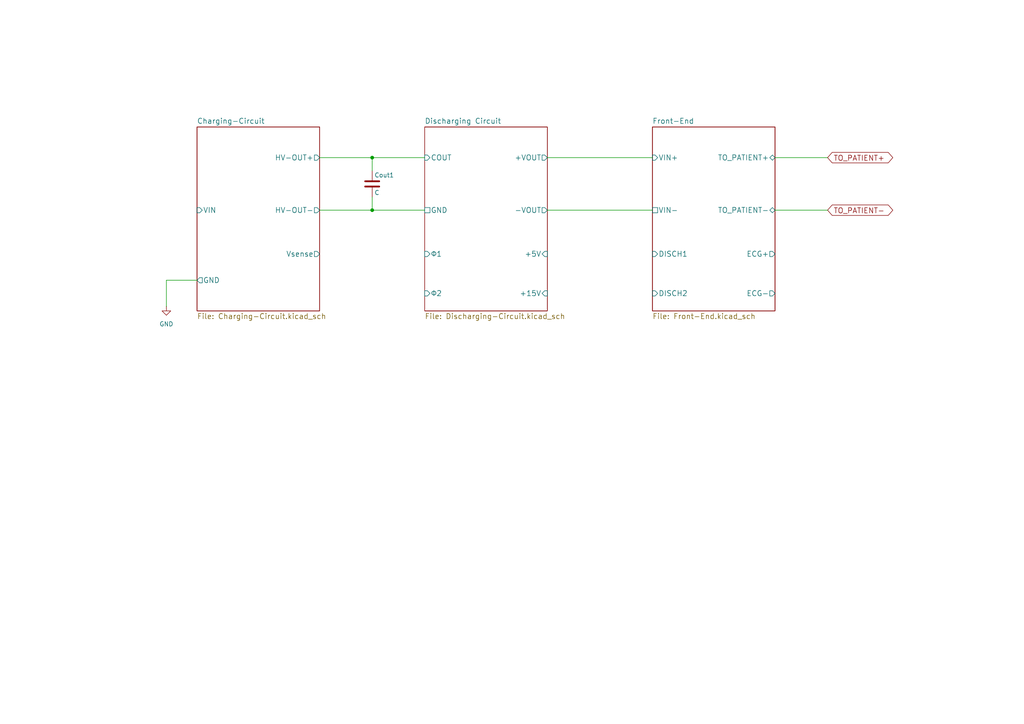
<source format=kicad_sch>
(kicad_sch (version 20231120) (generator "eeschema") (generator_version "8.0")
  (paper "A4")
  (title_block (title "High Voltage Board") (date "2017-05-30") (rev "0.2"))
  (lib_symbols
    (symbol "Device:C" (pin_numbers hide) (pin_names (offset 0.254))
      (property "Reference" "C" (at 0.635 2.54 0))
      (property "Value" "C" (at 0.635 -2.54 0))
      (symbol "C_0_1"
        (polyline (pts (xy -2.032 -0.762) (xy 2.032 -0.762)) (stroke (width 0.508)))
        (polyline (pts (xy -2.032 0.762) (xy 2.032 0.762)) (stroke (width 0.508)))
      )
      (symbol "C_1_1"
        (pin passive line (at 0 3.81 270) (length 2.794) (name "~") (number "1"))
        (pin passive line (at 0 -3.81 90) (length 2.794) (name "~") (number "2"))
      )
    )
    (symbol "power:GND" (power) (pin_numbers hide) (pin_names (offset 0) hide)
      (property "Value" "GND" (at 0 -3.81 0))
      (symbol "GND_0_1"
        (polyline (pts (xy 0 0) (xy 0 -1.27) (xy 1.27 -1.27) (xy 0 -2.54) (xy -1.27 -1.27) (xy 0 -1.27)))
      )
      (symbol "GND_1_1"
        (pin power_in line (at 0 0 270) (length 0) (name "~") (number "1"))
      )
    )
  )
  (junction (at 107.95 60.96))
  (junction (at 107.95 45.72))
  (wire (pts (xy 240.03 60.96) (xy 224.79 60.96)))
  (wire (pts (xy 158.75 45.72) (xy 189.23 45.72)))
  (wire (pts (xy 48.26 81.28) (xy 57.15 81.28)))
  (wire (pts (xy 107.95 60.96) (xy 123.19 60.96)))
  (wire (pts (xy 107.95 57.15) (xy 107.95 60.96)))
  (wire (pts (xy 224.79 45.72) (xy 240.03 45.72)))
  (wire (pts (xy 107.95 45.72) (xy 123.19 45.72)))
  (wire (pts (xy 189.23 60.96) (xy 158.75 60.96)))
  (wire (pts (xy 48.26 88.9) (xy 48.26 81.28)))
  (wire (pts (xy 92.71 45.72) (xy 107.95 45.72)))
  (wire (pts (xy 92.71 60.96) (xy 107.95 60.96)))
  (wire (pts (xy 107.95 45.72) (xy 107.95 49.53)))
  (global_label "TO_PATIENT+" (shape bidirectional) (at 240.03 45.72 0) (effects (font (size 1.524 1.524))) (property "Intersheetrefs" "${INTERSHEET_REFS}" (effects (hide yes))))
  (global_label "TO_PATIENT-" (shape bidirectional) (at 240.03 60.96 0) (effects (font (size 1.524 1.524))) (property "Intersheetrefs" "${INTERSHEET_REFS}" (effects (hide yes))))
  (symbol (lib_id "Device:C") (at 107.95 53.34 0) (unit 1)
    (property "Reference" "Cout1" (at 108.585 50.8 0) (effects (justify left)))
    (property "Value" "C" (at 108.585 55.88 0) (effects (justify left)))
  )
  (symbol (lib_id "power:GND") (at 48.26 88.9 0) (unit 1)
    (property "Reference" "#PWR01" (effects (hide yes)))
    (property "Value" "GND" (at 48.26 93.98 0))
    (property "Description" "Power symbol creates a global label with name \"GND\" , ground" (effects (hide yes)))
  )
  (sheet (at 57.15 36.83) (size 35.56 53.34)
    (property "Sheetname" "Charging-Circuit" (at 57.15 35.9914 0) (effects (font (size 1.524 1.524)) (justify left bottom)))
    (property "Sheetfile" "Charging-Circuit.kicad_sch" (at 57.15 90.8562 0) (effects (font (size 1.524 1.524)) (justify left top)))
    (pin "GND" output (at 57.15 81.28 180) (effects (font (size 1.524 1.524))))
    (pin "HV-OUT+" output (at 92.71 45.72 0) (effects (font (size 1.524 1.524))))
    (pin "HV-OUT-" output (at 92.71 60.96 0) (effects (font (size 1.524 1.524))))
    (pin "VIN" input (at 57.15 60.96 180) (effects (font (size 1.524 1.524))))
    (pin "Vsense" output (at 92.71 73.66 0) (effects (font (size 1.524 1.524))))
  )
  (sheet (at 123.19 36.83) (size 35.56 53.34)
    (property "Sheetname" "Discharging Circuit" (at 123.19 35.9914 0) (effects (font (size 1.524 1.524)) (justify left bottom)))
    (property "Sheetfile" "Discharging-Circuit.kicad_sch" (at 123.19 90.8562 0) (effects (font (size 1.524 1.524)) (justify left top)))
    (pin "COUT" input (at 123.19 45.72 180) (effects (font (size 1.524 1.524))))
    (pin "Φ1" input (at 123.19 73.66 180) (effects (font (size 1.524 1.524))))
    (pin "GND" passive (at 123.19 60.96 180) (effects (font (size 1.524 1.524))))
    (pin "+5V" input (at 158.75 73.66 0) (effects (font (size 1.524 1.524))))
    (pin "Φ2" input (at 123.19 85.09 180) (effects (font (size 1.524 1.524))))
    (pin "+15V" input (at 158.75 85.09 0) (effects (font (size 1.524 1.524))))
    (pin "+VOUT" output (at 158.75 45.72 0) (effects (font (size 1.524 1.524))))
    (pin "-VOUT" output (at 158.75 60.96 0) (effects (font (size 1.524 1.524))))
  )
  (sheet (at 189.23 36.83) (size 35.56 53.34)
    (property "Sheetname" "Front-End" (at 189.23 35.9914 0) (effects (font (size 1.524 1.524)) (justify left bottom)))
    (property "Sheetfile" "Front-End.kicad_sch" (at 189.23 90.8562 0) (effects (font (size 1.524 1.524)) (justify left top)))
    (pin "VIN+" input (at 189.23 45.72 180) (effects (font (size 1.524 1.524))))
    (pin "VIN-" passive (at 189.23 60.96 180) (effects (font (size 1.524 1.524))))
    (pin "DISCH1" input (at 189.23 73.66 180) (effects (font (size 1.524 1.524))))
    (pin "ECG+" output (at 224.79 73.66 0) (effects (font (size 1.524 1.524))))
    (pin "ECG-" output (at 224.79 85.09 0) (effects (font (size 1.524 1.524))))
    (pin "DISCH2" input (at 189.23 85.09 180) (effects (font (size 1.524 1.524))))
    (pin "TO_PATIENT-" bidirectional (at 224.79 60.96 0) (effects (font (size 1.524 1.524))))
    (pin "TO_PATIENT+" bidirectional (at 224.79 45.72 0) (effects (font (size 1.524 1.524))))
  )
)
</source>
